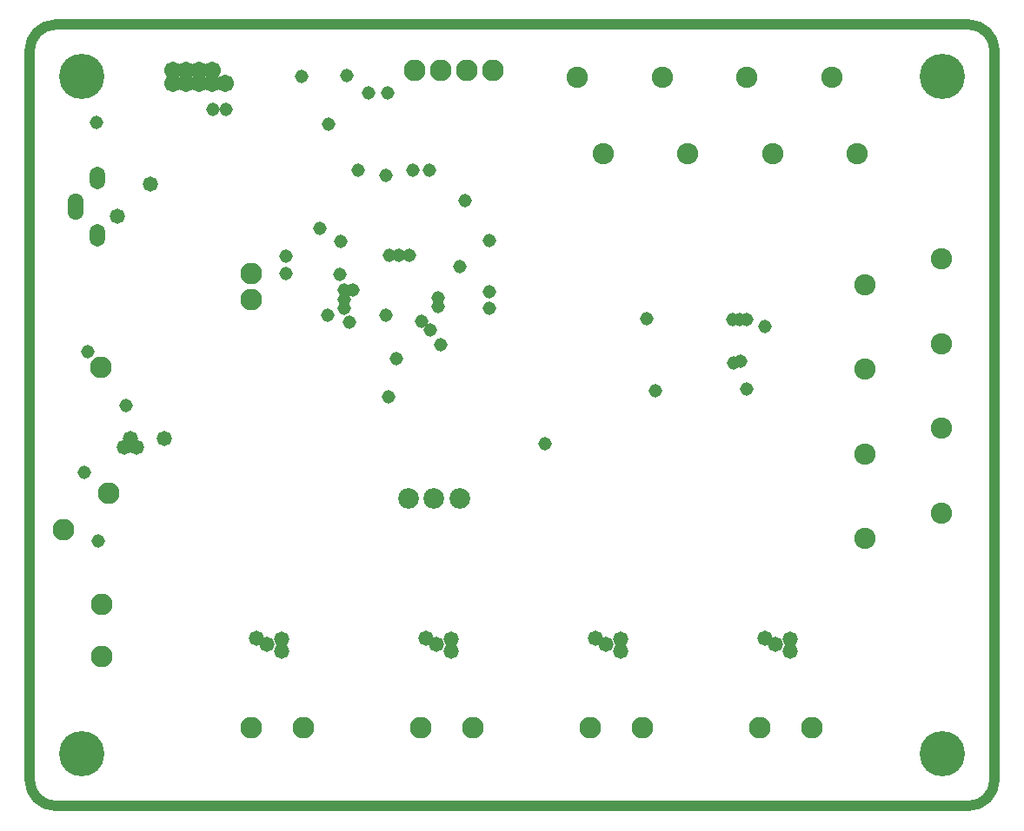
<source format=gbr>
%TF.GenerationSoftware,Altium Limited,Altium Designer,24.2.2 (26)*%
G04 Layer_Physical_Order=3*
G04 Layer_Color=128*
%FSLAX45Y45*%
%MOMM*%
%TF.SameCoordinates,CD070EA7-D628-40BE-AF17-708C1490C7C2*%
%TF.FilePolarity,Negative*%
%TF.FileFunction,Copper,L3,Inr,Plane*%
%TF.Part,Single*%
G01*
G75*
%TA.AperFunction,NonConductor*%
%ADD61C,1.01600*%
%TA.AperFunction,ComponentPad*%
%ADD62C,1.71600*%
%ADD63C,2.06600*%
%ADD64C,2.11600*%
%ADD65C,2.01600*%
%ADD66O,1.51600X2.21600*%
%ADD67O,1.51600X2.61600*%
%TA.AperFunction,ViaPad*%
%ADD68C,4.41600*%
%ADD69C,1.31600*%
%ADD70C,1.47320*%
D61*
X5969000Y4572000D02*
G03*
X6223000Y4318000I254000J0D01*
G01*
X15113000D02*
G03*
X15367000Y4572000I0J254000D01*
G01*
Y11684000D02*
G03*
X15113000Y11938000I-254000J0D01*
G01*
X6223000D02*
G03*
X5969000Y11684000I0J-254000D01*
G01*
X6223000Y4318000D02*
X15113000D01*
X15367000Y4572000D02*
Y11684000D01*
X6223000Y11938000D02*
X15113000D01*
X5969000Y4572000D02*
Y11684000D01*
D62*
X7366000Y11366500D02*
D03*
Y11493500D02*
D03*
X7493000Y11366500D02*
D03*
Y11493500D02*
D03*
X7620000Y11366500D02*
D03*
Y11493500D02*
D03*
X7747000Y11366500D02*
D03*
Y11493500D02*
D03*
X7874000Y11366500D02*
D03*
D63*
X14108000Y8574500D02*
D03*
Y9400000D02*
D03*
Y7749000D02*
D03*
X14031500Y10679000D02*
D03*
X13781500Y11419000D02*
D03*
X11555000Y10679000D02*
D03*
X14848000Y9650000D02*
D03*
Y8824500D02*
D03*
Y7999000D02*
D03*
X14108000Y6923500D02*
D03*
X14848000Y7173500D02*
D03*
X11305000Y11419000D02*
D03*
X12380500Y10679000D02*
D03*
X12130500Y11419000D02*
D03*
X13206000Y10679000D02*
D03*
X12956000Y11419000D02*
D03*
D64*
X10287000Y5080000D02*
D03*
X9779000D02*
D03*
X13589000D02*
D03*
X13081000D02*
D03*
X8130540Y9512300D02*
D03*
Y9258300D02*
D03*
X6301740Y7015480D02*
D03*
X8128000Y5080000D02*
D03*
X8636000D02*
D03*
X11430000D02*
D03*
X11938000D02*
D03*
X9715500Y11493500D02*
D03*
X9969500D02*
D03*
X10223500D02*
D03*
X10477500D02*
D03*
X6736080Y7366000D02*
D03*
X6662420Y8592820D02*
D03*
X6667500Y6286500D02*
D03*
Y5778500D02*
D03*
D65*
X10156000Y7313500D02*
D03*
X9906000D02*
D03*
X9656000D02*
D03*
D66*
X6628500Y10440000D02*
D03*
Y9880000D02*
D03*
D67*
X6413500Y10160000D02*
D03*
D68*
X14859000Y4826000D02*
D03*
Y11430000D02*
D03*
X6477000Y4826000D02*
D03*
Y11430000D02*
D03*
D69*
X6906260Y8224520D02*
D03*
X12893040Y8656320D02*
D03*
X8465820Y9677400D02*
D03*
X8794079Y9951121D02*
D03*
X9784080Y9047480D02*
D03*
X9545320Y8676640D02*
D03*
X9875520Y8960720D02*
D03*
X12065000Y8366760D02*
D03*
X10213340Y10218420D02*
D03*
X12956540Y8379460D02*
D03*
X11983720Y9070340D02*
D03*
X9060180Y11437620D02*
D03*
X8615680Y11427460D02*
D03*
X9273540Y11272520D02*
D03*
X9458960Y11269980D02*
D03*
X8879840Y10967720D02*
D03*
X9474200Y9687560D02*
D03*
X9570720Y9685020D02*
D03*
X9664700D02*
D03*
X9438640Y9103360D02*
D03*
X8996680Y9822180D02*
D03*
X8991600Y9502140D02*
D03*
X7752080Y11109960D02*
D03*
X7884160D02*
D03*
X9029700Y9169400D02*
D03*
X9946640Y9184640D02*
D03*
Y9268460D02*
D03*
X9085580Y9034780D02*
D03*
X8874760Y9105900D02*
D03*
X13131799Y8989060D02*
D03*
X12818558Y9061002D02*
D03*
X12885420Y9060180D02*
D03*
X12824460Y8641080D02*
D03*
X9118600Y9347200D02*
D03*
X9969500Y8815870D02*
D03*
X9029700Y9252540D02*
D03*
X12956540Y9060180D02*
D03*
X9029700Y9348260D02*
D03*
X10163410Y9573260D02*
D03*
X6616700Y10985500D02*
D03*
X10985500Y7846060D02*
D03*
X10447020Y9166860D02*
D03*
Y9827260D02*
D03*
Y9329420D02*
D03*
X9436100Y10462260D02*
D03*
X9865360Y10520680D02*
D03*
X9705340D02*
D03*
X9166860D02*
D03*
X9461500Y8303260D02*
D03*
X8468360Y9509760D02*
D03*
X6537960Y8745220D02*
D03*
X6637020Y6903720D02*
D03*
X6504940Y7569200D02*
D03*
D70*
X6827520Y10066020D02*
D03*
X13373100Y5943600D02*
D03*
Y5829300D02*
D03*
X13233400Y5892800D02*
D03*
X13131799Y5956300D02*
D03*
X11722100Y5943600D02*
D03*
Y5829300D02*
D03*
X11582400Y5892800D02*
D03*
X11480800Y5956300D02*
D03*
X10071100Y5943600D02*
D03*
Y5829300D02*
D03*
X9931400Y5892800D02*
D03*
X9829800Y5956300D02*
D03*
X8178800D02*
D03*
X8280400Y5892800D02*
D03*
X8420100Y5829300D02*
D03*
Y5943600D02*
D03*
X7145020Y10380980D02*
D03*
X6949440Y7899400D02*
D03*
X7282180Y7904480D02*
D03*
X7007860Y7813040D02*
D03*
X6891020Y7815580D02*
D03*
%TF.MD5,d0367d3c3ad80afa8b1032f5f75b6a43*%
M02*

</source>
